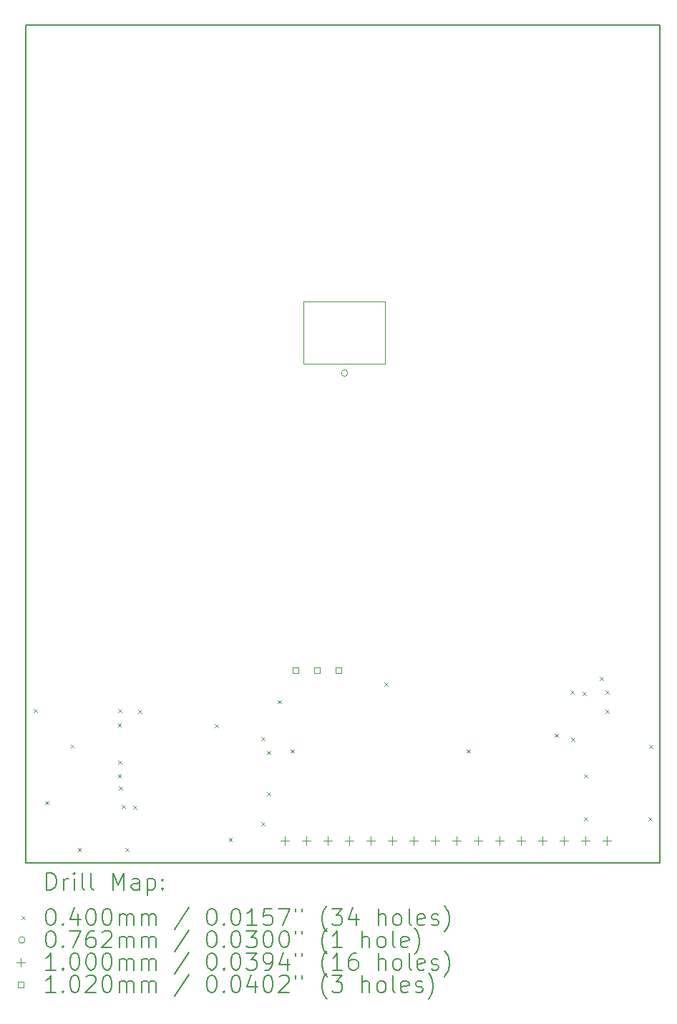
<source format=gbr>
%TF.GenerationSoftware,KiCad,Pcbnew,(6.0.7)*%
%TF.CreationDate,2022-11-29T16:34:04-07:00*%
%TF.ProjectId,attiny_rfid_light,61747469-6e79-45f7-9266-69645f6c6967,rev?*%
%TF.SameCoordinates,Original*%
%TF.FileFunction,Drillmap*%
%TF.FilePolarity,Positive*%
%FSLAX45Y45*%
G04 Gerber Fmt 4.5, Leading zero omitted, Abs format (unit mm)*
G04 Created by KiCad (PCBNEW (6.0.7)) date 2022-11-29 16:34:04*
%MOMM*%
%LPD*%
G01*
G04 APERTURE LIST*
%ADD10C,0.100000*%
%ADD11C,0.200000*%
%ADD12C,0.040000*%
%ADD13C,0.076200*%
%ADD14C,0.102000*%
G04 APERTURE END LIST*
D10*
X9872982Y-8863151D02*
X10835262Y-8863151D01*
X10835262Y-9598376D02*
X9872982Y-9598376D01*
X9872982Y-9598376D02*
X9872982Y-8863151D01*
D11*
X6585078Y-5595631D02*
X14088262Y-5595631D01*
X14088262Y-5595631D02*
X14088262Y-15501631D01*
X14088262Y-15501631D02*
X6585078Y-15501631D01*
X6585078Y-15501631D02*
X6585078Y-5595631D01*
D10*
X10835262Y-8863151D02*
X10835262Y-9598376D01*
D11*
D12*
X6675565Y-13682855D02*
X6715565Y-13722855D01*
X6715565Y-13682855D02*
X6675565Y-13722855D01*
X6811791Y-14773540D02*
X6851791Y-14813540D01*
X6851791Y-14773540D02*
X6811791Y-14813540D01*
X7113450Y-14104000D02*
X7153450Y-14144000D01*
X7153450Y-14104000D02*
X7113450Y-14144000D01*
X7199098Y-15328446D02*
X7239098Y-15368446D01*
X7239098Y-15328446D02*
X7199098Y-15368446D01*
X7672610Y-14457140D02*
X7712610Y-14497140D01*
X7712610Y-14457140D02*
X7672610Y-14497140D01*
X7673250Y-13855620D02*
X7713250Y-13895620D01*
X7713250Y-13855620D02*
X7673250Y-13895620D01*
X7675170Y-13684770D02*
X7715170Y-13724770D01*
X7715170Y-13684770D02*
X7675170Y-13724770D01*
X7675610Y-14293120D02*
X7715610Y-14333120D01*
X7715610Y-14293120D02*
X7675610Y-14333120D01*
X7687610Y-14596860D02*
X7727610Y-14636860D01*
X7727610Y-14596860D02*
X7687610Y-14636860D01*
X7717370Y-14819470D02*
X7757370Y-14859470D01*
X7757370Y-14819470D02*
X7717370Y-14859470D01*
X7761046Y-15329854D02*
X7801046Y-15369854D01*
X7801046Y-15329854D02*
X7761046Y-15369854D01*
X7854780Y-14830220D02*
X7894780Y-14870220D01*
X7894780Y-14830220D02*
X7854780Y-14870220D01*
X7917500Y-13693670D02*
X7957500Y-13733670D01*
X7957500Y-13693670D02*
X7917500Y-13733670D01*
X8817930Y-13859970D02*
X8857930Y-13899970D01*
X8857930Y-13859970D02*
X8817930Y-13899970D01*
X8984835Y-15211214D02*
X9024835Y-15251214D01*
X9024835Y-15211214D02*
X8984835Y-15251214D01*
X9372890Y-15023320D02*
X9412890Y-15063320D01*
X9412890Y-15023320D02*
X9372890Y-15063320D01*
X9373380Y-14013500D02*
X9413380Y-14053500D01*
X9413380Y-14013500D02*
X9373380Y-14053500D01*
X9436810Y-14179440D02*
X9476810Y-14219440D01*
X9476810Y-14179440D02*
X9436810Y-14219440D01*
X9438340Y-14667620D02*
X9478340Y-14707620D01*
X9478340Y-14667620D02*
X9438340Y-14707620D01*
X9567640Y-13578710D02*
X9607640Y-13618710D01*
X9607640Y-13578710D02*
X9567640Y-13618710D01*
X9716050Y-14163520D02*
X9756050Y-14203520D01*
X9756050Y-14163520D02*
X9716050Y-14203520D01*
X10825220Y-13370130D02*
X10865220Y-13410130D01*
X10865220Y-13370130D02*
X10825220Y-13410130D01*
X11799460Y-14163530D02*
X11839460Y-14203530D01*
X11839460Y-14163530D02*
X11799460Y-14203530D01*
X12843900Y-13975550D02*
X12883900Y-14015550D01*
X12883900Y-13975550D02*
X12843900Y-14015550D01*
X13026940Y-13464940D02*
X13066940Y-13504940D01*
X13066940Y-13464940D02*
X13026940Y-13504940D01*
X13034350Y-14025200D02*
X13074350Y-14065200D01*
X13074350Y-14025200D02*
X13034350Y-14065200D01*
X13171350Y-13480740D02*
X13211350Y-13520740D01*
X13211350Y-13480740D02*
X13171350Y-13520740D01*
X13188000Y-14458000D02*
X13228000Y-14498000D01*
X13228000Y-14458000D02*
X13188000Y-14498000D01*
X13188000Y-14966000D02*
X13228000Y-15006000D01*
X13228000Y-14966000D02*
X13188000Y-15006000D01*
X13375943Y-13304038D02*
X13415943Y-13344038D01*
X13415943Y-13304038D02*
X13375943Y-13344038D01*
X13440592Y-13464105D02*
X13480592Y-13504105D01*
X13480592Y-13464105D02*
X13440592Y-13504105D01*
X13442000Y-13696000D02*
X13482000Y-13736000D01*
X13482000Y-13696000D02*
X13442000Y-13736000D01*
X13950000Y-14966000D02*
X13990000Y-15006000D01*
X13990000Y-14966000D02*
X13950000Y-15006000D01*
X13957471Y-14109618D02*
X13997471Y-14149618D01*
X13997471Y-14109618D02*
X13957471Y-14149618D01*
D13*
X10393450Y-9713323D02*
G75*
G03*
X10393450Y-9713323I-38100J0D01*
G01*
D10*
X9652000Y-15190000D02*
X9652000Y-15290000D01*
X9602000Y-15240000D02*
X9702000Y-15240000D01*
X9906000Y-15190000D02*
X9906000Y-15290000D01*
X9856000Y-15240000D02*
X9956000Y-15240000D01*
X10160000Y-15190000D02*
X10160000Y-15290000D01*
X10110000Y-15240000D02*
X10210000Y-15240000D01*
X10414000Y-15190000D02*
X10414000Y-15290000D01*
X10364000Y-15240000D02*
X10464000Y-15240000D01*
X10668000Y-15190000D02*
X10668000Y-15290000D01*
X10618000Y-15240000D02*
X10718000Y-15240000D01*
X10922000Y-15190000D02*
X10922000Y-15290000D01*
X10872000Y-15240000D02*
X10972000Y-15240000D01*
X11176000Y-15190000D02*
X11176000Y-15290000D01*
X11126000Y-15240000D02*
X11226000Y-15240000D01*
X11430000Y-15190000D02*
X11430000Y-15290000D01*
X11380000Y-15240000D02*
X11480000Y-15240000D01*
X11684000Y-15190000D02*
X11684000Y-15290000D01*
X11634000Y-15240000D02*
X11734000Y-15240000D01*
X11938000Y-15190000D02*
X11938000Y-15290000D01*
X11888000Y-15240000D02*
X11988000Y-15240000D01*
X12192000Y-15190000D02*
X12192000Y-15290000D01*
X12142000Y-15240000D02*
X12242000Y-15240000D01*
X12446000Y-15190000D02*
X12446000Y-15290000D01*
X12396000Y-15240000D02*
X12496000Y-15240000D01*
X12700000Y-15190000D02*
X12700000Y-15290000D01*
X12650000Y-15240000D02*
X12750000Y-15240000D01*
X12954000Y-15190000D02*
X12954000Y-15290000D01*
X12904000Y-15240000D02*
X13004000Y-15240000D01*
X13208000Y-15190000D02*
X13208000Y-15290000D01*
X13158000Y-15240000D02*
X13258000Y-15240000D01*
X13462000Y-15190000D02*
X13462000Y-15290000D01*
X13412000Y-15240000D02*
X13512000Y-15240000D01*
D14*
X9812633Y-13260393D02*
X9812633Y-13188267D01*
X9740507Y-13188267D01*
X9740507Y-13260393D01*
X9812633Y-13260393D01*
X10066633Y-13260393D02*
X10066633Y-13188267D01*
X9994507Y-13188267D01*
X9994507Y-13260393D01*
X10066633Y-13260393D01*
X10320633Y-13260393D02*
X10320633Y-13188267D01*
X10248507Y-13188267D01*
X10248507Y-13260393D01*
X10320633Y-13260393D01*
D11*
X6832697Y-15822107D02*
X6832697Y-15622107D01*
X6880316Y-15622107D01*
X6908887Y-15631631D01*
X6927935Y-15650678D01*
X6937459Y-15669726D01*
X6946982Y-15707821D01*
X6946982Y-15736393D01*
X6937459Y-15774488D01*
X6927935Y-15793536D01*
X6908887Y-15812583D01*
X6880316Y-15822107D01*
X6832697Y-15822107D01*
X7032697Y-15822107D02*
X7032697Y-15688774D01*
X7032697Y-15726869D02*
X7042220Y-15707821D01*
X7051744Y-15698297D01*
X7070792Y-15688774D01*
X7089840Y-15688774D01*
X7156506Y-15822107D02*
X7156506Y-15688774D01*
X7156506Y-15622107D02*
X7146982Y-15631631D01*
X7156506Y-15641155D01*
X7166030Y-15631631D01*
X7156506Y-15622107D01*
X7156506Y-15641155D01*
X7280316Y-15822107D02*
X7261268Y-15812583D01*
X7251744Y-15793536D01*
X7251744Y-15622107D01*
X7385078Y-15822107D02*
X7366030Y-15812583D01*
X7356506Y-15793536D01*
X7356506Y-15622107D01*
X7613649Y-15822107D02*
X7613649Y-15622107D01*
X7680316Y-15764964D01*
X7746982Y-15622107D01*
X7746982Y-15822107D01*
X7927935Y-15822107D02*
X7927935Y-15717345D01*
X7918411Y-15698297D01*
X7899363Y-15688774D01*
X7861268Y-15688774D01*
X7842220Y-15698297D01*
X7927935Y-15812583D02*
X7908887Y-15822107D01*
X7861268Y-15822107D01*
X7842220Y-15812583D01*
X7832697Y-15793536D01*
X7832697Y-15774488D01*
X7842220Y-15755440D01*
X7861268Y-15745917D01*
X7908887Y-15745917D01*
X7927935Y-15736393D01*
X8023173Y-15688774D02*
X8023173Y-15888774D01*
X8023173Y-15698297D02*
X8042220Y-15688774D01*
X8080316Y-15688774D01*
X8099363Y-15698297D01*
X8108887Y-15707821D01*
X8118411Y-15726869D01*
X8118411Y-15784012D01*
X8108887Y-15803059D01*
X8099363Y-15812583D01*
X8080316Y-15822107D01*
X8042220Y-15822107D01*
X8023173Y-15812583D01*
X8204125Y-15803059D02*
X8213649Y-15812583D01*
X8204125Y-15822107D01*
X8194601Y-15812583D01*
X8204125Y-15803059D01*
X8204125Y-15822107D01*
X8204125Y-15698297D02*
X8213649Y-15707821D01*
X8204125Y-15717345D01*
X8194601Y-15707821D01*
X8204125Y-15698297D01*
X8204125Y-15717345D01*
D12*
X6535078Y-16131631D02*
X6575078Y-16171631D01*
X6575078Y-16131631D02*
X6535078Y-16171631D01*
D11*
X6870792Y-16042107D02*
X6889840Y-16042107D01*
X6908887Y-16051631D01*
X6918411Y-16061155D01*
X6927935Y-16080202D01*
X6937459Y-16118297D01*
X6937459Y-16165917D01*
X6927935Y-16204012D01*
X6918411Y-16223059D01*
X6908887Y-16232583D01*
X6889840Y-16242107D01*
X6870792Y-16242107D01*
X6851744Y-16232583D01*
X6842220Y-16223059D01*
X6832697Y-16204012D01*
X6823173Y-16165917D01*
X6823173Y-16118297D01*
X6832697Y-16080202D01*
X6842220Y-16061155D01*
X6851744Y-16051631D01*
X6870792Y-16042107D01*
X7023173Y-16223059D02*
X7032697Y-16232583D01*
X7023173Y-16242107D01*
X7013649Y-16232583D01*
X7023173Y-16223059D01*
X7023173Y-16242107D01*
X7204125Y-16108774D02*
X7204125Y-16242107D01*
X7156506Y-16032583D02*
X7108887Y-16175440D01*
X7232697Y-16175440D01*
X7346982Y-16042107D02*
X7366030Y-16042107D01*
X7385078Y-16051631D01*
X7394601Y-16061155D01*
X7404125Y-16080202D01*
X7413649Y-16118297D01*
X7413649Y-16165917D01*
X7404125Y-16204012D01*
X7394601Y-16223059D01*
X7385078Y-16232583D01*
X7366030Y-16242107D01*
X7346982Y-16242107D01*
X7327935Y-16232583D01*
X7318411Y-16223059D01*
X7308887Y-16204012D01*
X7299363Y-16165917D01*
X7299363Y-16118297D01*
X7308887Y-16080202D01*
X7318411Y-16061155D01*
X7327935Y-16051631D01*
X7346982Y-16042107D01*
X7537459Y-16042107D02*
X7556506Y-16042107D01*
X7575554Y-16051631D01*
X7585078Y-16061155D01*
X7594601Y-16080202D01*
X7604125Y-16118297D01*
X7604125Y-16165917D01*
X7594601Y-16204012D01*
X7585078Y-16223059D01*
X7575554Y-16232583D01*
X7556506Y-16242107D01*
X7537459Y-16242107D01*
X7518411Y-16232583D01*
X7508887Y-16223059D01*
X7499363Y-16204012D01*
X7489840Y-16165917D01*
X7489840Y-16118297D01*
X7499363Y-16080202D01*
X7508887Y-16061155D01*
X7518411Y-16051631D01*
X7537459Y-16042107D01*
X7689840Y-16242107D02*
X7689840Y-16108774D01*
X7689840Y-16127821D02*
X7699363Y-16118297D01*
X7718411Y-16108774D01*
X7746982Y-16108774D01*
X7766030Y-16118297D01*
X7775554Y-16137345D01*
X7775554Y-16242107D01*
X7775554Y-16137345D02*
X7785078Y-16118297D01*
X7804125Y-16108774D01*
X7832697Y-16108774D01*
X7851744Y-16118297D01*
X7861268Y-16137345D01*
X7861268Y-16242107D01*
X7956506Y-16242107D02*
X7956506Y-16108774D01*
X7956506Y-16127821D02*
X7966030Y-16118297D01*
X7985078Y-16108774D01*
X8013649Y-16108774D01*
X8032697Y-16118297D01*
X8042220Y-16137345D01*
X8042220Y-16242107D01*
X8042220Y-16137345D02*
X8051744Y-16118297D01*
X8070792Y-16108774D01*
X8099363Y-16108774D01*
X8118411Y-16118297D01*
X8127935Y-16137345D01*
X8127935Y-16242107D01*
X8518411Y-16032583D02*
X8346982Y-16289726D01*
X8775554Y-16042107D02*
X8794602Y-16042107D01*
X8813649Y-16051631D01*
X8823173Y-16061155D01*
X8832697Y-16080202D01*
X8842221Y-16118297D01*
X8842221Y-16165917D01*
X8832697Y-16204012D01*
X8823173Y-16223059D01*
X8813649Y-16232583D01*
X8794602Y-16242107D01*
X8775554Y-16242107D01*
X8756506Y-16232583D01*
X8746982Y-16223059D01*
X8737459Y-16204012D01*
X8727935Y-16165917D01*
X8727935Y-16118297D01*
X8737459Y-16080202D01*
X8746982Y-16061155D01*
X8756506Y-16051631D01*
X8775554Y-16042107D01*
X8927935Y-16223059D02*
X8937459Y-16232583D01*
X8927935Y-16242107D01*
X8918411Y-16232583D01*
X8927935Y-16223059D01*
X8927935Y-16242107D01*
X9061268Y-16042107D02*
X9080316Y-16042107D01*
X9099363Y-16051631D01*
X9108887Y-16061155D01*
X9118411Y-16080202D01*
X9127935Y-16118297D01*
X9127935Y-16165917D01*
X9118411Y-16204012D01*
X9108887Y-16223059D01*
X9099363Y-16232583D01*
X9080316Y-16242107D01*
X9061268Y-16242107D01*
X9042221Y-16232583D01*
X9032697Y-16223059D01*
X9023173Y-16204012D01*
X9013649Y-16165917D01*
X9013649Y-16118297D01*
X9023173Y-16080202D01*
X9032697Y-16061155D01*
X9042221Y-16051631D01*
X9061268Y-16042107D01*
X9318411Y-16242107D02*
X9204125Y-16242107D01*
X9261268Y-16242107D02*
X9261268Y-16042107D01*
X9242221Y-16070678D01*
X9223173Y-16089726D01*
X9204125Y-16099250D01*
X9499363Y-16042107D02*
X9404125Y-16042107D01*
X9394602Y-16137345D01*
X9404125Y-16127821D01*
X9423173Y-16118297D01*
X9470792Y-16118297D01*
X9489840Y-16127821D01*
X9499363Y-16137345D01*
X9508887Y-16156393D01*
X9508887Y-16204012D01*
X9499363Y-16223059D01*
X9489840Y-16232583D01*
X9470792Y-16242107D01*
X9423173Y-16242107D01*
X9404125Y-16232583D01*
X9394602Y-16223059D01*
X9575554Y-16042107D02*
X9708887Y-16042107D01*
X9623173Y-16242107D01*
X9775554Y-16042107D02*
X9775554Y-16080202D01*
X9851744Y-16042107D02*
X9851744Y-16080202D01*
X10146982Y-16318297D02*
X10137459Y-16308774D01*
X10118411Y-16280202D01*
X10108887Y-16261155D01*
X10099363Y-16232583D01*
X10089840Y-16184964D01*
X10089840Y-16146869D01*
X10099363Y-16099250D01*
X10108887Y-16070678D01*
X10118411Y-16051631D01*
X10137459Y-16023059D01*
X10146982Y-16013536D01*
X10204125Y-16042107D02*
X10327935Y-16042107D01*
X10261268Y-16118297D01*
X10289840Y-16118297D01*
X10308887Y-16127821D01*
X10318411Y-16137345D01*
X10327935Y-16156393D01*
X10327935Y-16204012D01*
X10318411Y-16223059D01*
X10308887Y-16232583D01*
X10289840Y-16242107D01*
X10232697Y-16242107D01*
X10213649Y-16232583D01*
X10204125Y-16223059D01*
X10499363Y-16108774D02*
X10499363Y-16242107D01*
X10451744Y-16032583D02*
X10404125Y-16175440D01*
X10527935Y-16175440D01*
X10756506Y-16242107D02*
X10756506Y-16042107D01*
X10842221Y-16242107D02*
X10842221Y-16137345D01*
X10832697Y-16118297D01*
X10813649Y-16108774D01*
X10785078Y-16108774D01*
X10766030Y-16118297D01*
X10756506Y-16127821D01*
X10966030Y-16242107D02*
X10946982Y-16232583D01*
X10937459Y-16223059D01*
X10927935Y-16204012D01*
X10927935Y-16146869D01*
X10937459Y-16127821D01*
X10946982Y-16118297D01*
X10966030Y-16108774D01*
X10994602Y-16108774D01*
X11013649Y-16118297D01*
X11023173Y-16127821D01*
X11032697Y-16146869D01*
X11032697Y-16204012D01*
X11023173Y-16223059D01*
X11013649Y-16232583D01*
X10994602Y-16242107D01*
X10966030Y-16242107D01*
X11146982Y-16242107D02*
X11127935Y-16232583D01*
X11118411Y-16213536D01*
X11118411Y-16042107D01*
X11299363Y-16232583D02*
X11280316Y-16242107D01*
X11242220Y-16242107D01*
X11223173Y-16232583D01*
X11213649Y-16213536D01*
X11213649Y-16137345D01*
X11223173Y-16118297D01*
X11242220Y-16108774D01*
X11280316Y-16108774D01*
X11299363Y-16118297D01*
X11308887Y-16137345D01*
X11308887Y-16156393D01*
X11213649Y-16175440D01*
X11385078Y-16232583D02*
X11404125Y-16242107D01*
X11442220Y-16242107D01*
X11461268Y-16232583D01*
X11470792Y-16213536D01*
X11470792Y-16204012D01*
X11461268Y-16184964D01*
X11442220Y-16175440D01*
X11413649Y-16175440D01*
X11394601Y-16165917D01*
X11385078Y-16146869D01*
X11385078Y-16137345D01*
X11394601Y-16118297D01*
X11413649Y-16108774D01*
X11442220Y-16108774D01*
X11461268Y-16118297D01*
X11537459Y-16318297D02*
X11546982Y-16308774D01*
X11566030Y-16280202D01*
X11575554Y-16261155D01*
X11585078Y-16232583D01*
X11594601Y-16184964D01*
X11594601Y-16146869D01*
X11585078Y-16099250D01*
X11575554Y-16070678D01*
X11566030Y-16051631D01*
X11546982Y-16023059D01*
X11537459Y-16013536D01*
D13*
X6575078Y-16415631D02*
G75*
G03*
X6575078Y-16415631I-38100J0D01*
G01*
D11*
X6870792Y-16306107D02*
X6889840Y-16306107D01*
X6908887Y-16315631D01*
X6918411Y-16325155D01*
X6927935Y-16344202D01*
X6937459Y-16382297D01*
X6937459Y-16429917D01*
X6927935Y-16468012D01*
X6918411Y-16487059D01*
X6908887Y-16496583D01*
X6889840Y-16506107D01*
X6870792Y-16506107D01*
X6851744Y-16496583D01*
X6842220Y-16487059D01*
X6832697Y-16468012D01*
X6823173Y-16429917D01*
X6823173Y-16382297D01*
X6832697Y-16344202D01*
X6842220Y-16325155D01*
X6851744Y-16315631D01*
X6870792Y-16306107D01*
X7023173Y-16487059D02*
X7032697Y-16496583D01*
X7023173Y-16506107D01*
X7013649Y-16496583D01*
X7023173Y-16487059D01*
X7023173Y-16506107D01*
X7099363Y-16306107D02*
X7232697Y-16306107D01*
X7146982Y-16506107D01*
X7394601Y-16306107D02*
X7356506Y-16306107D01*
X7337459Y-16315631D01*
X7327935Y-16325155D01*
X7308887Y-16353726D01*
X7299363Y-16391821D01*
X7299363Y-16468012D01*
X7308887Y-16487059D01*
X7318411Y-16496583D01*
X7337459Y-16506107D01*
X7375554Y-16506107D01*
X7394601Y-16496583D01*
X7404125Y-16487059D01*
X7413649Y-16468012D01*
X7413649Y-16420393D01*
X7404125Y-16401345D01*
X7394601Y-16391821D01*
X7375554Y-16382297D01*
X7337459Y-16382297D01*
X7318411Y-16391821D01*
X7308887Y-16401345D01*
X7299363Y-16420393D01*
X7489840Y-16325155D02*
X7499363Y-16315631D01*
X7518411Y-16306107D01*
X7566030Y-16306107D01*
X7585078Y-16315631D01*
X7594601Y-16325155D01*
X7604125Y-16344202D01*
X7604125Y-16363250D01*
X7594601Y-16391821D01*
X7480316Y-16506107D01*
X7604125Y-16506107D01*
X7689840Y-16506107D02*
X7689840Y-16372774D01*
X7689840Y-16391821D02*
X7699363Y-16382297D01*
X7718411Y-16372774D01*
X7746982Y-16372774D01*
X7766030Y-16382297D01*
X7775554Y-16401345D01*
X7775554Y-16506107D01*
X7775554Y-16401345D02*
X7785078Y-16382297D01*
X7804125Y-16372774D01*
X7832697Y-16372774D01*
X7851744Y-16382297D01*
X7861268Y-16401345D01*
X7861268Y-16506107D01*
X7956506Y-16506107D02*
X7956506Y-16372774D01*
X7956506Y-16391821D02*
X7966030Y-16382297D01*
X7985078Y-16372774D01*
X8013649Y-16372774D01*
X8032697Y-16382297D01*
X8042220Y-16401345D01*
X8042220Y-16506107D01*
X8042220Y-16401345D02*
X8051744Y-16382297D01*
X8070792Y-16372774D01*
X8099363Y-16372774D01*
X8118411Y-16382297D01*
X8127935Y-16401345D01*
X8127935Y-16506107D01*
X8518411Y-16296583D02*
X8346982Y-16553726D01*
X8775554Y-16306107D02*
X8794602Y-16306107D01*
X8813649Y-16315631D01*
X8823173Y-16325155D01*
X8832697Y-16344202D01*
X8842221Y-16382297D01*
X8842221Y-16429917D01*
X8832697Y-16468012D01*
X8823173Y-16487059D01*
X8813649Y-16496583D01*
X8794602Y-16506107D01*
X8775554Y-16506107D01*
X8756506Y-16496583D01*
X8746982Y-16487059D01*
X8737459Y-16468012D01*
X8727935Y-16429917D01*
X8727935Y-16382297D01*
X8737459Y-16344202D01*
X8746982Y-16325155D01*
X8756506Y-16315631D01*
X8775554Y-16306107D01*
X8927935Y-16487059D02*
X8937459Y-16496583D01*
X8927935Y-16506107D01*
X8918411Y-16496583D01*
X8927935Y-16487059D01*
X8927935Y-16506107D01*
X9061268Y-16306107D02*
X9080316Y-16306107D01*
X9099363Y-16315631D01*
X9108887Y-16325155D01*
X9118411Y-16344202D01*
X9127935Y-16382297D01*
X9127935Y-16429917D01*
X9118411Y-16468012D01*
X9108887Y-16487059D01*
X9099363Y-16496583D01*
X9080316Y-16506107D01*
X9061268Y-16506107D01*
X9042221Y-16496583D01*
X9032697Y-16487059D01*
X9023173Y-16468012D01*
X9013649Y-16429917D01*
X9013649Y-16382297D01*
X9023173Y-16344202D01*
X9032697Y-16325155D01*
X9042221Y-16315631D01*
X9061268Y-16306107D01*
X9194602Y-16306107D02*
X9318411Y-16306107D01*
X9251744Y-16382297D01*
X9280316Y-16382297D01*
X9299363Y-16391821D01*
X9308887Y-16401345D01*
X9318411Y-16420393D01*
X9318411Y-16468012D01*
X9308887Y-16487059D01*
X9299363Y-16496583D01*
X9280316Y-16506107D01*
X9223173Y-16506107D01*
X9204125Y-16496583D01*
X9194602Y-16487059D01*
X9442221Y-16306107D02*
X9461268Y-16306107D01*
X9480316Y-16315631D01*
X9489840Y-16325155D01*
X9499363Y-16344202D01*
X9508887Y-16382297D01*
X9508887Y-16429917D01*
X9499363Y-16468012D01*
X9489840Y-16487059D01*
X9480316Y-16496583D01*
X9461268Y-16506107D01*
X9442221Y-16506107D01*
X9423173Y-16496583D01*
X9413649Y-16487059D01*
X9404125Y-16468012D01*
X9394602Y-16429917D01*
X9394602Y-16382297D01*
X9404125Y-16344202D01*
X9413649Y-16325155D01*
X9423173Y-16315631D01*
X9442221Y-16306107D01*
X9632697Y-16306107D02*
X9651744Y-16306107D01*
X9670792Y-16315631D01*
X9680316Y-16325155D01*
X9689840Y-16344202D01*
X9699363Y-16382297D01*
X9699363Y-16429917D01*
X9689840Y-16468012D01*
X9680316Y-16487059D01*
X9670792Y-16496583D01*
X9651744Y-16506107D01*
X9632697Y-16506107D01*
X9613649Y-16496583D01*
X9604125Y-16487059D01*
X9594602Y-16468012D01*
X9585078Y-16429917D01*
X9585078Y-16382297D01*
X9594602Y-16344202D01*
X9604125Y-16325155D01*
X9613649Y-16315631D01*
X9632697Y-16306107D01*
X9775554Y-16306107D02*
X9775554Y-16344202D01*
X9851744Y-16306107D02*
X9851744Y-16344202D01*
X10146982Y-16582297D02*
X10137459Y-16572774D01*
X10118411Y-16544202D01*
X10108887Y-16525155D01*
X10099363Y-16496583D01*
X10089840Y-16448964D01*
X10089840Y-16410869D01*
X10099363Y-16363250D01*
X10108887Y-16334678D01*
X10118411Y-16315631D01*
X10137459Y-16287059D01*
X10146982Y-16277536D01*
X10327935Y-16506107D02*
X10213649Y-16506107D01*
X10270792Y-16506107D02*
X10270792Y-16306107D01*
X10251744Y-16334678D01*
X10232697Y-16353726D01*
X10213649Y-16363250D01*
X10566030Y-16506107D02*
X10566030Y-16306107D01*
X10651744Y-16506107D02*
X10651744Y-16401345D01*
X10642221Y-16382297D01*
X10623173Y-16372774D01*
X10594602Y-16372774D01*
X10575554Y-16382297D01*
X10566030Y-16391821D01*
X10775554Y-16506107D02*
X10756506Y-16496583D01*
X10746982Y-16487059D01*
X10737459Y-16468012D01*
X10737459Y-16410869D01*
X10746982Y-16391821D01*
X10756506Y-16382297D01*
X10775554Y-16372774D01*
X10804125Y-16372774D01*
X10823173Y-16382297D01*
X10832697Y-16391821D01*
X10842221Y-16410869D01*
X10842221Y-16468012D01*
X10832697Y-16487059D01*
X10823173Y-16496583D01*
X10804125Y-16506107D01*
X10775554Y-16506107D01*
X10956506Y-16506107D02*
X10937459Y-16496583D01*
X10927935Y-16477536D01*
X10927935Y-16306107D01*
X11108887Y-16496583D02*
X11089840Y-16506107D01*
X11051744Y-16506107D01*
X11032697Y-16496583D01*
X11023173Y-16477536D01*
X11023173Y-16401345D01*
X11032697Y-16382297D01*
X11051744Y-16372774D01*
X11089840Y-16372774D01*
X11108887Y-16382297D01*
X11118411Y-16401345D01*
X11118411Y-16420393D01*
X11023173Y-16439440D01*
X11185078Y-16582297D02*
X11194601Y-16572774D01*
X11213649Y-16544202D01*
X11223173Y-16525155D01*
X11232697Y-16496583D01*
X11242220Y-16448964D01*
X11242220Y-16410869D01*
X11232697Y-16363250D01*
X11223173Y-16334678D01*
X11213649Y-16315631D01*
X11194601Y-16287059D01*
X11185078Y-16277536D01*
D10*
X6525078Y-16629631D02*
X6525078Y-16729631D01*
X6475078Y-16679631D02*
X6575078Y-16679631D01*
D11*
X6937459Y-16770107D02*
X6823173Y-16770107D01*
X6880316Y-16770107D02*
X6880316Y-16570107D01*
X6861268Y-16598678D01*
X6842220Y-16617726D01*
X6823173Y-16627250D01*
X7023173Y-16751059D02*
X7032697Y-16760583D01*
X7023173Y-16770107D01*
X7013649Y-16760583D01*
X7023173Y-16751059D01*
X7023173Y-16770107D01*
X7156506Y-16570107D02*
X7175554Y-16570107D01*
X7194601Y-16579631D01*
X7204125Y-16589155D01*
X7213649Y-16608202D01*
X7223173Y-16646297D01*
X7223173Y-16693917D01*
X7213649Y-16732012D01*
X7204125Y-16751059D01*
X7194601Y-16760583D01*
X7175554Y-16770107D01*
X7156506Y-16770107D01*
X7137459Y-16760583D01*
X7127935Y-16751059D01*
X7118411Y-16732012D01*
X7108887Y-16693917D01*
X7108887Y-16646297D01*
X7118411Y-16608202D01*
X7127935Y-16589155D01*
X7137459Y-16579631D01*
X7156506Y-16570107D01*
X7346982Y-16570107D02*
X7366030Y-16570107D01*
X7385078Y-16579631D01*
X7394601Y-16589155D01*
X7404125Y-16608202D01*
X7413649Y-16646297D01*
X7413649Y-16693917D01*
X7404125Y-16732012D01*
X7394601Y-16751059D01*
X7385078Y-16760583D01*
X7366030Y-16770107D01*
X7346982Y-16770107D01*
X7327935Y-16760583D01*
X7318411Y-16751059D01*
X7308887Y-16732012D01*
X7299363Y-16693917D01*
X7299363Y-16646297D01*
X7308887Y-16608202D01*
X7318411Y-16589155D01*
X7327935Y-16579631D01*
X7346982Y-16570107D01*
X7537459Y-16570107D02*
X7556506Y-16570107D01*
X7575554Y-16579631D01*
X7585078Y-16589155D01*
X7594601Y-16608202D01*
X7604125Y-16646297D01*
X7604125Y-16693917D01*
X7594601Y-16732012D01*
X7585078Y-16751059D01*
X7575554Y-16760583D01*
X7556506Y-16770107D01*
X7537459Y-16770107D01*
X7518411Y-16760583D01*
X7508887Y-16751059D01*
X7499363Y-16732012D01*
X7489840Y-16693917D01*
X7489840Y-16646297D01*
X7499363Y-16608202D01*
X7508887Y-16589155D01*
X7518411Y-16579631D01*
X7537459Y-16570107D01*
X7689840Y-16770107D02*
X7689840Y-16636774D01*
X7689840Y-16655821D02*
X7699363Y-16646297D01*
X7718411Y-16636774D01*
X7746982Y-16636774D01*
X7766030Y-16646297D01*
X7775554Y-16665345D01*
X7775554Y-16770107D01*
X7775554Y-16665345D02*
X7785078Y-16646297D01*
X7804125Y-16636774D01*
X7832697Y-16636774D01*
X7851744Y-16646297D01*
X7861268Y-16665345D01*
X7861268Y-16770107D01*
X7956506Y-16770107D02*
X7956506Y-16636774D01*
X7956506Y-16655821D02*
X7966030Y-16646297D01*
X7985078Y-16636774D01*
X8013649Y-16636774D01*
X8032697Y-16646297D01*
X8042220Y-16665345D01*
X8042220Y-16770107D01*
X8042220Y-16665345D02*
X8051744Y-16646297D01*
X8070792Y-16636774D01*
X8099363Y-16636774D01*
X8118411Y-16646297D01*
X8127935Y-16665345D01*
X8127935Y-16770107D01*
X8518411Y-16560583D02*
X8346982Y-16817726D01*
X8775554Y-16570107D02*
X8794602Y-16570107D01*
X8813649Y-16579631D01*
X8823173Y-16589155D01*
X8832697Y-16608202D01*
X8842221Y-16646297D01*
X8842221Y-16693917D01*
X8832697Y-16732012D01*
X8823173Y-16751059D01*
X8813649Y-16760583D01*
X8794602Y-16770107D01*
X8775554Y-16770107D01*
X8756506Y-16760583D01*
X8746982Y-16751059D01*
X8737459Y-16732012D01*
X8727935Y-16693917D01*
X8727935Y-16646297D01*
X8737459Y-16608202D01*
X8746982Y-16589155D01*
X8756506Y-16579631D01*
X8775554Y-16570107D01*
X8927935Y-16751059D02*
X8937459Y-16760583D01*
X8927935Y-16770107D01*
X8918411Y-16760583D01*
X8927935Y-16751059D01*
X8927935Y-16770107D01*
X9061268Y-16570107D02*
X9080316Y-16570107D01*
X9099363Y-16579631D01*
X9108887Y-16589155D01*
X9118411Y-16608202D01*
X9127935Y-16646297D01*
X9127935Y-16693917D01*
X9118411Y-16732012D01*
X9108887Y-16751059D01*
X9099363Y-16760583D01*
X9080316Y-16770107D01*
X9061268Y-16770107D01*
X9042221Y-16760583D01*
X9032697Y-16751059D01*
X9023173Y-16732012D01*
X9013649Y-16693917D01*
X9013649Y-16646297D01*
X9023173Y-16608202D01*
X9032697Y-16589155D01*
X9042221Y-16579631D01*
X9061268Y-16570107D01*
X9194602Y-16570107D02*
X9318411Y-16570107D01*
X9251744Y-16646297D01*
X9280316Y-16646297D01*
X9299363Y-16655821D01*
X9308887Y-16665345D01*
X9318411Y-16684393D01*
X9318411Y-16732012D01*
X9308887Y-16751059D01*
X9299363Y-16760583D01*
X9280316Y-16770107D01*
X9223173Y-16770107D01*
X9204125Y-16760583D01*
X9194602Y-16751059D01*
X9413649Y-16770107D02*
X9451744Y-16770107D01*
X9470792Y-16760583D01*
X9480316Y-16751059D01*
X9499363Y-16722488D01*
X9508887Y-16684393D01*
X9508887Y-16608202D01*
X9499363Y-16589155D01*
X9489840Y-16579631D01*
X9470792Y-16570107D01*
X9432697Y-16570107D01*
X9413649Y-16579631D01*
X9404125Y-16589155D01*
X9394602Y-16608202D01*
X9394602Y-16655821D01*
X9404125Y-16674869D01*
X9413649Y-16684393D01*
X9432697Y-16693917D01*
X9470792Y-16693917D01*
X9489840Y-16684393D01*
X9499363Y-16674869D01*
X9508887Y-16655821D01*
X9680316Y-16636774D02*
X9680316Y-16770107D01*
X9632697Y-16560583D02*
X9585078Y-16703440D01*
X9708887Y-16703440D01*
X9775554Y-16570107D02*
X9775554Y-16608202D01*
X9851744Y-16570107D02*
X9851744Y-16608202D01*
X10146982Y-16846298D02*
X10137459Y-16836774D01*
X10118411Y-16808202D01*
X10108887Y-16789155D01*
X10099363Y-16760583D01*
X10089840Y-16712964D01*
X10089840Y-16674869D01*
X10099363Y-16627250D01*
X10108887Y-16598678D01*
X10118411Y-16579631D01*
X10137459Y-16551059D01*
X10146982Y-16541536D01*
X10327935Y-16770107D02*
X10213649Y-16770107D01*
X10270792Y-16770107D02*
X10270792Y-16570107D01*
X10251744Y-16598678D01*
X10232697Y-16617726D01*
X10213649Y-16627250D01*
X10499363Y-16570107D02*
X10461268Y-16570107D01*
X10442221Y-16579631D01*
X10432697Y-16589155D01*
X10413649Y-16617726D01*
X10404125Y-16655821D01*
X10404125Y-16732012D01*
X10413649Y-16751059D01*
X10423173Y-16760583D01*
X10442221Y-16770107D01*
X10480316Y-16770107D01*
X10499363Y-16760583D01*
X10508887Y-16751059D01*
X10518411Y-16732012D01*
X10518411Y-16684393D01*
X10508887Y-16665345D01*
X10499363Y-16655821D01*
X10480316Y-16646297D01*
X10442221Y-16646297D01*
X10423173Y-16655821D01*
X10413649Y-16665345D01*
X10404125Y-16684393D01*
X10756506Y-16770107D02*
X10756506Y-16570107D01*
X10842221Y-16770107D02*
X10842221Y-16665345D01*
X10832697Y-16646297D01*
X10813649Y-16636774D01*
X10785078Y-16636774D01*
X10766030Y-16646297D01*
X10756506Y-16655821D01*
X10966030Y-16770107D02*
X10946982Y-16760583D01*
X10937459Y-16751059D01*
X10927935Y-16732012D01*
X10927935Y-16674869D01*
X10937459Y-16655821D01*
X10946982Y-16646297D01*
X10966030Y-16636774D01*
X10994602Y-16636774D01*
X11013649Y-16646297D01*
X11023173Y-16655821D01*
X11032697Y-16674869D01*
X11032697Y-16732012D01*
X11023173Y-16751059D01*
X11013649Y-16760583D01*
X10994602Y-16770107D01*
X10966030Y-16770107D01*
X11146982Y-16770107D02*
X11127935Y-16760583D01*
X11118411Y-16741536D01*
X11118411Y-16570107D01*
X11299363Y-16760583D02*
X11280316Y-16770107D01*
X11242220Y-16770107D01*
X11223173Y-16760583D01*
X11213649Y-16741536D01*
X11213649Y-16665345D01*
X11223173Y-16646297D01*
X11242220Y-16636774D01*
X11280316Y-16636774D01*
X11299363Y-16646297D01*
X11308887Y-16665345D01*
X11308887Y-16684393D01*
X11213649Y-16703440D01*
X11385078Y-16760583D02*
X11404125Y-16770107D01*
X11442220Y-16770107D01*
X11461268Y-16760583D01*
X11470792Y-16741536D01*
X11470792Y-16732012D01*
X11461268Y-16712964D01*
X11442220Y-16703440D01*
X11413649Y-16703440D01*
X11394601Y-16693917D01*
X11385078Y-16674869D01*
X11385078Y-16665345D01*
X11394601Y-16646297D01*
X11413649Y-16636774D01*
X11442220Y-16636774D01*
X11461268Y-16646297D01*
X11537459Y-16846298D02*
X11546982Y-16836774D01*
X11566030Y-16808202D01*
X11575554Y-16789155D01*
X11585078Y-16760583D01*
X11594601Y-16712964D01*
X11594601Y-16674869D01*
X11585078Y-16627250D01*
X11575554Y-16598678D01*
X11566030Y-16579631D01*
X11546982Y-16551059D01*
X11537459Y-16541536D01*
D14*
X6560140Y-16979694D02*
X6560140Y-16907568D01*
X6488015Y-16907568D01*
X6488015Y-16979694D01*
X6560140Y-16979694D01*
D11*
X6937459Y-17034107D02*
X6823173Y-17034107D01*
X6880316Y-17034107D02*
X6880316Y-16834107D01*
X6861268Y-16862679D01*
X6842220Y-16881726D01*
X6823173Y-16891250D01*
X7023173Y-17015059D02*
X7032697Y-17024583D01*
X7023173Y-17034107D01*
X7013649Y-17024583D01*
X7023173Y-17015059D01*
X7023173Y-17034107D01*
X7156506Y-16834107D02*
X7175554Y-16834107D01*
X7194601Y-16843631D01*
X7204125Y-16853155D01*
X7213649Y-16872202D01*
X7223173Y-16910298D01*
X7223173Y-16957917D01*
X7213649Y-16996012D01*
X7204125Y-17015059D01*
X7194601Y-17024583D01*
X7175554Y-17034107D01*
X7156506Y-17034107D01*
X7137459Y-17024583D01*
X7127935Y-17015059D01*
X7118411Y-16996012D01*
X7108887Y-16957917D01*
X7108887Y-16910298D01*
X7118411Y-16872202D01*
X7127935Y-16853155D01*
X7137459Y-16843631D01*
X7156506Y-16834107D01*
X7299363Y-16853155D02*
X7308887Y-16843631D01*
X7327935Y-16834107D01*
X7375554Y-16834107D01*
X7394601Y-16843631D01*
X7404125Y-16853155D01*
X7413649Y-16872202D01*
X7413649Y-16891250D01*
X7404125Y-16919821D01*
X7289840Y-17034107D01*
X7413649Y-17034107D01*
X7537459Y-16834107D02*
X7556506Y-16834107D01*
X7575554Y-16843631D01*
X7585078Y-16853155D01*
X7594601Y-16872202D01*
X7604125Y-16910298D01*
X7604125Y-16957917D01*
X7594601Y-16996012D01*
X7585078Y-17015059D01*
X7575554Y-17024583D01*
X7556506Y-17034107D01*
X7537459Y-17034107D01*
X7518411Y-17024583D01*
X7508887Y-17015059D01*
X7499363Y-16996012D01*
X7489840Y-16957917D01*
X7489840Y-16910298D01*
X7499363Y-16872202D01*
X7508887Y-16853155D01*
X7518411Y-16843631D01*
X7537459Y-16834107D01*
X7689840Y-17034107D02*
X7689840Y-16900774D01*
X7689840Y-16919821D02*
X7699363Y-16910298D01*
X7718411Y-16900774D01*
X7746982Y-16900774D01*
X7766030Y-16910298D01*
X7775554Y-16929345D01*
X7775554Y-17034107D01*
X7775554Y-16929345D02*
X7785078Y-16910298D01*
X7804125Y-16900774D01*
X7832697Y-16900774D01*
X7851744Y-16910298D01*
X7861268Y-16929345D01*
X7861268Y-17034107D01*
X7956506Y-17034107D02*
X7956506Y-16900774D01*
X7956506Y-16919821D02*
X7966030Y-16910298D01*
X7985078Y-16900774D01*
X8013649Y-16900774D01*
X8032697Y-16910298D01*
X8042220Y-16929345D01*
X8042220Y-17034107D01*
X8042220Y-16929345D02*
X8051744Y-16910298D01*
X8070792Y-16900774D01*
X8099363Y-16900774D01*
X8118411Y-16910298D01*
X8127935Y-16929345D01*
X8127935Y-17034107D01*
X8518411Y-16824583D02*
X8346982Y-17081726D01*
X8775554Y-16834107D02*
X8794602Y-16834107D01*
X8813649Y-16843631D01*
X8823173Y-16853155D01*
X8832697Y-16872202D01*
X8842221Y-16910298D01*
X8842221Y-16957917D01*
X8832697Y-16996012D01*
X8823173Y-17015059D01*
X8813649Y-17024583D01*
X8794602Y-17034107D01*
X8775554Y-17034107D01*
X8756506Y-17024583D01*
X8746982Y-17015059D01*
X8737459Y-16996012D01*
X8727935Y-16957917D01*
X8727935Y-16910298D01*
X8737459Y-16872202D01*
X8746982Y-16853155D01*
X8756506Y-16843631D01*
X8775554Y-16834107D01*
X8927935Y-17015059D02*
X8937459Y-17024583D01*
X8927935Y-17034107D01*
X8918411Y-17024583D01*
X8927935Y-17015059D01*
X8927935Y-17034107D01*
X9061268Y-16834107D02*
X9080316Y-16834107D01*
X9099363Y-16843631D01*
X9108887Y-16853155D01*
X9118411Y-16872202D01*
X9127935Y-16910298D01*
X9127935Y-16957917D01*
X9118411Y-16996012D01*
X9108887Y-17015059D01*
X9099363Y-17024583D01*
X9080316Y-17034107D01*
X9061268Y-17034107D01*
X9042221Y-17024583D01*
X9032697Y-17015059D01*
X9023173Y-16996012D01*
X9013649Y-16957917D01*
X9013649Y-16910298D01*
X9023173Y-16872202D01*
X9032697Y-16853155D01*
X9042221Y-16843631D01*
X9061268Y-16834107D01*
X9299363Y-16900774D02*
X9299363Y-17034107D01*
X9251744Y-16824583D02*
X9204125Y-16967440D01*
X9327935Y-16967440D01*
X9442221Y-16834107D02*
X9461268Y-16834107D01*
X9480316Y-16843631D01*
X9489840Y-16853155D01*
X9499363Y-16872202D01*
X9508887Y-16910298D01*
X9508887Y-16957917D01*
X9499363Y-16996012D01*
X9489840Y-17015059D01*
X9480316Y-17024583D01*
X9461268Y-17034107D01*
X9442221Y-17034107D01*
X9423173Y-17024583D01*
X9413649Y-17015059D01*
X9404125Y-16996012D01*
X9394602Y-16957917D01*
X9394602Y-16910298D01*
X9404125Y-16872202D01*
X9413649Y-16853155D01*
X9423173Y-16843631D01*
X9442221Y-16834107D01*
X9585078Y-16853155D02*
X9594602Y-16843631D01*
X9613649Y-16834107D01*
X9661268Y-16834107D01*
X9680316Y-16843631D01*
X9689840Y-16853155D01*
X9699363Y-16872202D01*
X9699363Y-16891250D01*
X9689840Y-16919821D01*
X9575554Y-17034107D01*
X9699363Y-17034107D01*
X9775554Y-16834107D02*
X9775554Y-16872202D01*
X9851744Y-16834107D02*
X9851744Y-16872202D01*
X10146982Y-17110298D02*
X10137459Y-17100774D01*
X10118411Y-17072202D01*
X10108887Y-17053155D01*
X10099363Y-17024583D01*
X10089840Y-16976964D01*
X10089840Y-16938869D01*
X10099363Y-16891250D01*
X10108887Y-16862679D01*
X10118411Y-16843631D01*
X10137459Y-16815059D01*
X10146982Y-16805536D01*
X10204125Y-16834107D02*
X10327935Y-16834107D01*
X10261268Y-16910298D01*
X10289840Y-16910298D01*
X10308887Y-16919821D01*
X10318411Y-16929345D01*
X10327935Y-16948393D01*
X10327935Y-16996012D01*
X10318411Y-17015059D01*
X10308887Y-17024583D01*
X10289840Y-17034107D01*
X10232697Y-17034107D01*
X10213649Y-17024583D01*
X10204125Y-17015059D01*
X10566030Y-17034107D02*
X10566030Y-16834107D01*
X10651744Y-17034107D02*
X10651744Y-16929345D01*
X10642221Y-16910298D01*
X10623173Y-16900774D01*
X10594602Y-16900774D01*
X10575554Y-16910298D01*
X10566030Y-16919821D01*
X10775554Y-17034107D02*
X10756506Y-17024583D01*
X10746982Y-17015059D01*
X10737459Y-16996012D01*
X10737459Y-16938869D01*
X10746982Y-16919821D01*
X10756506Y-16910298D01*
X10775554Y-16900774D01*
X10804125Y-16900774D01*
X10823173Y-16910298D01*
X10832697Y-16919821D01*
X10842221Y-16938869D01*
X10842221Y-16996012D01*
X10832697Y-17015059D01*
X10823173Y-17024583D01*
X10804125Y-17034107D01*
X10775554Y-17034107D01*
X10956506Y-17034107D02*
X10937459Y-17024583D01*
X10927935Y-17005536D01*
X10927935Y-16834107D01*
X11108887Y-17024583D02*
X11089840Y-17034107D01*
X11051744Y-17034107D01*
X11032697Y-17024583D01*
X11023173Y-17005536D01*
X11023173Y-16929345D01*
X11032697Y-16910298D01*
X11051744Y-16900774D01*
X11089840Y-16900774D01*
X11108887Y-16910298D01*
X11118411Y-16929345D01*
X11118411Y-16948393D01*
X11023173Y-16967440D01*
X11194601Y-17024583D02*
X11213649Y-17034107D01*
X11251744Y-17034107D01*
X11270792Y-17024583D01*
X11280316Y-17005536D01*
X11280316Y-16996012D01*
X11270792Y-16976964D01*
X11251744Y-16967440D01*
X11223173Y-16967440D01*
X11204125Y-16957917D01*
X11194601Y-16938869D01*
X11194601Y-16929345D01*
X11204125Y-16910298D01*
X11223173Y-16900774D01*
X11251744Y-16900774D01*
X11270792Y-16910298D01*
X11346982Y-17110298D02*
X11356506Y-17100774D01*
X11375554Y-17072202D01*
X11385078Y-17053155D01*
X11394601Y-17024583D01*
X11404125Y-16976964D01*
X11404125Y-16938869D01*
X11394601Y-16891250D01*
X11385078Y-16862679D01*
X11375554Y-16843631D01*
X11356506Y-16815059D01*
X11346982Y-16805536D01*
M02*

</source>
